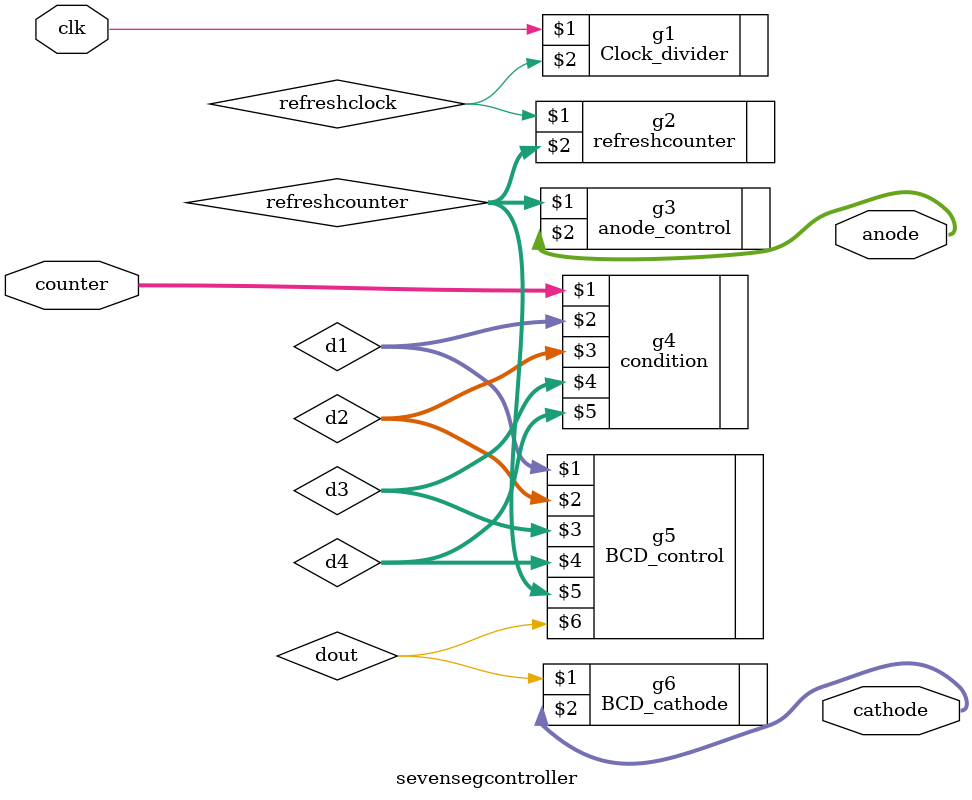
<source format=v>
module sevensegcontroller(clk,anode,cathode,counter);
input wire clk;
input wire [3: 0] counter;
output wire [3:0] anode;
output wire [7:0] cathode;

wire [3:0] d1,d2,d3,d4;
wire refreshclock;
wire [1:0] refreshcounter;


Clock_divider g1(clk,refreshclock);

refreshcounter g2(refreshclock,refreshcounter);

anode_control g3(refreshcounter,anode);

condition g4(counter,d1,d2,d3,d4);

BCD_control g5(d1,d2,d3,d4,refreshcounter,dout);

BCD_cathode g6(dout,cathode);


endmodule
</source>
